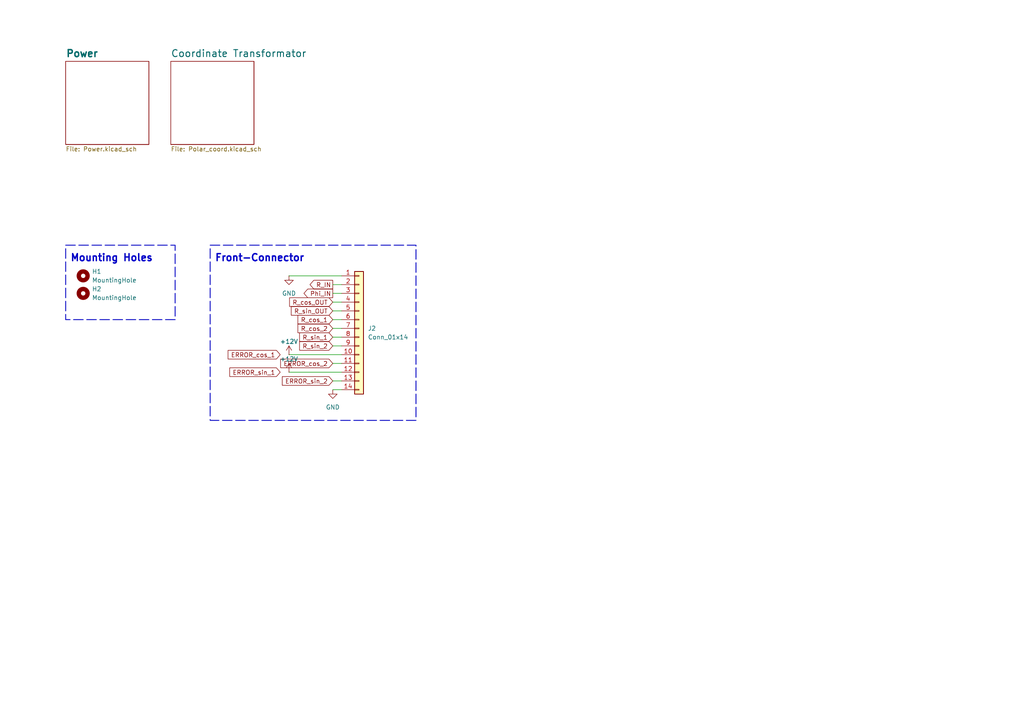
<source format=kicad_sch>
(kicad_sch (version 20231120) (generator "eeschema") (generator_version "8.0")
  (paper "A4")
  (title_block (title "Polar Coordinate Transformator") (date "2024-10-16") (company "Alexander Saal"))
  (lib_symbols
    (symbol "Connector_Generic:Conn_01x14" (pin_names (offset 1.016) hide)
      (property "Reference" "J" (at 0 17.78 0))
      (property "Value" "Conn_01x14" (at 0 -20.32 0))
      (symbol "Conn_01x14_1_1"
        (rectangle (start -1.27 -17.653) (end 0 -17.907) (stroke (width 0.1524)))
        (rectangle (start -1.27 -15.113) (end 0 -15.367) (stroke (width 0.1524)))
        (rectangle (start -1.27 -12.573) (end 0 -12.827) (stroke (width 0.1524)))
        (rectangle (start -1.27 -10.033) (end 0 -10.287) (stroke (width 0.1524)))
        (rectangle (start -1.27 -7.493) (end 0 -7.747) (stroke (width 0.1524)))
        (rectangle (start -1.27 -4.953) (end 0 -5.207) (stroke (width 0.1524)))
        (rectangle (start -1.27 -2.413) (end 0 -2.667) (stroke (width 0.1524)))
        (rectangle (start -1.27 0.127) (end 0 -0.127) (stroke (width 0.1524)))
        (rectangle (start -1.27 2.667) (end 0 2.413) (stroke (width 0.1524)))
        (rectangle (start -1.27 5.207) (end 0 4.953) (stroke (width 0.1524)))
        (rectangle (start -1.27 7.747) (end 0 7.493) (stroke (width 0.1524)))
        (rectangle (start -1.27 10.287) (end 0 10.033) (stroke (width 0.1524)))
        (rectangle (start -1.27 12.827) (end 0 12.573) (stroke (width 0.1524)))
        (rectangle (start -1.27 15.367) (end 0 15.113) (stroke (width 0.1524)))
        (rectangle (start -1.27 16.51) (end 1.27 -19.05) (stroke (width 0.254)) (fill (type background)))
        (pin passive line (at -5.08 15.24 0) (length 3.81) (name "Pin_1") (number "1"))
        (pin passive line (at -5.08 -7.62 0) (length 3.81) (name "Pin_10") (number "10"))
        (pin passive line (at -5.08 -10.16 0) (length 3.81) (name "Pin_11") (number "11"))
        (pin passive line (at -5.08 -12.7 0) (length 3.81) (name "Pin_12") (number "12"))
        (pin passive line (at -5.08 -15.24 0) (length 3.81) (name "Pin_13") (number "13"))
        (pin passive line (at -5.08 -17.78 0) (length 3.81) (name "Pin_14") (number "14"))
        (pin passive line (at -5.08 12.7 0) (length 3.81) (name "Pin_2") (number "2"))
        (pin passive line (at -5.08 10.16 0) (length 3.81) (name "Pin_3") (number "3"))
        (pin passive line (at -5.08 7.62 0) (length 3.81) (name "Pin_4") (number "4"))
        (pin passive line (at -5.08 5.08 0) (length 3.81) (name "Pin_5") (number "5"))
        (pin passive line (at -5.08 2.54 0) (length 3.81) (name "Pin_6") (number "6"))
        (pin passive line (at -5.08 0 0) (length 3.81) (name "Pin_7") (number "7"))
        (pin passive line (at -5.08 -2.54 0) (length 3.81) (name "Pin_8") (number "8"))
        (pin passive line (at -5.08 -5.08 0) (length 3.81) (name "Pin_9") (number "9"))
      )
    )
    (symbol "Mechanical:MountingHole" (pin_names (offset 1.016)) (exclude_from_sim yes) (in_bom no)
      (property "Reference" "H" (at 0 5.08 0))
      (property "Value" "MountingHole" (at 0 3.175 0))
      (symbol "MountingHole_0_1"
        (circle (center 0 0) (radius 1.27) (stroke (width 1.27)))
      )
    )
    (symbol "power:+12V" (power) (pin_numbers hide) (pin_names (offset 0) hide)
      (property "Value" "+12V" (at 0 3.556 0))
      (symbol "+12V_0_1"
        (polyline (pts (xy -0.762 1.27) (xy 0 2.54)))
        (polyline (pts (xy 0 0) (xy 0 2.54)))
        (polyline (pts (xy 0 2.54) (xy 0.762 1.27)))
      )
      (symbol "+12V_1_1"
        (pin power_in line (at 0 0 90) (length 0) (name "~") (number "1"))
      )
    )
    (symbol "power:GND" (power) (pin_numbers hide) (pin_names (offset 0) hide)
      (property "Value" "GND" (at 0 -3.81 0))
      (symbol "GND_0_1"
        (polyline (pts (xy 0 0) (xy 0 -1.27) (xy 1.27 -1.27) (xy 0 -2.54) (xy -1.27 -1.27) (xy 0 -1.27)))
      )
      (symbol "GND_1_1"
        (pin power_in line (at 0 0 270) (length 0) (name "~") (number "1"))
      )
    )
  )
  (wire (pts (xy 96.52 92.71) (xy 99.06 92.71)))
  (wire (pts (xy 96.52 100.33) (xy 99.06 100.33)))
  (wire (pts (xy 96.52 85.09) (xy 99.06 85.09)))
  (wire (pts (xy 96.52 97.79) (xy 99.06 97.79)))
  (wire (pts (xy 96.52 110.49) (xy 99.06 110.49)))
  (wire (pts (xy 96.52 82.55) (xy 99.06 82.55)))
  (wire (pts (xy 96.52 95.25) (xy 99.06 95.25)))
  (wire (pts (xy 96.52 90.17) (xy 99.06 90.17)))
  (wire (pts (xy 96.52 87.63) (xy 99.06 87.63)))
  (wire (pts (xy 96.52 105.41) (xy 99.06 105.41)))
  (wire (pts (xy 83.82 107.95) (xy 99.06 107.95)))
  (wire (pts (xy 83.82 102.87) (xy 99.06 102.87)))
  (wire (pts (xy 96.52 113.03) (xy 99.06 113.03)))
  (wire (pts (xy 83.82 80.01) (xy 99.06 80.01)))
  (rectangle (start 19.05 71.12) (end 50.8 92.71) (stroke (width 0.254) (type dash)))
  (rectangle (start 60.96 71.12) (end 120.65 121.92) (stroke (width 0.254) (type dash)))
  (text "Mounting Holes" (at 20.32 74.93 0) (effects (font (size 2.032 2.032) (thickness 0.4064) (bold yes)) (justify left)))
  (text "Front-Connector" (at 62.23 74.93 0) (effects (font (size 2.032 2.032) (thickness 0.4064) (bold yes)) (justify left)))
  (global_label "Phi_IN" (shape output) (at 96.52 85.09 180) (property "Intersheetrefs" "${INTERSHEET_REFS}" (effects (hide yes))))
  (global_label "ERROR_cos_1" (shape input) (at 81.28 102.87 180) (property "Intersheetrefs" "${INTERSHEET_REFS}" (effects (hide yes))))
  (global_label "ERROR_sin_2" (shape input) (at 96.52 110.49 180) (property "Intersheetrefs" "${INTERSHEET_REFS}" (effects (hide yes))))
  (global_label "R_sin_2" (shape input) (at 96.52 100.33 180) (property "Intersheetrefs" "${INTERSHEET_REFS}" (effects (hide yes))))
  (global_label "R_cos_1" (shape input) (at 96.52 92.71 180) (property "Intersheetrefs" "${INTERSHEET_REFS}" (effects (hide yes))))
  (global_label "R_cos_2" (shape input) (at 96.52 95.25 180) (property "Intersheetrefs" "${INTERSHEET_REFS}" (effects (hide yes))))
  (global_label "ERROR_sin_1" (shape input) (at 81.28 107.95 180) (property "Intersheetrefs" "${INTERSHEET_REFS}" (effects (hide yes))))
  (global_label "R_cos_OUT" (shape input) (at 96.52 87.63 180) (property "Intersheetrefs" "${INTERSHEET_REFS}" (effects (hide yes))))
  (global_label "R_sin_1" (shape input) (at 96.52 97.79 180) (property "Intersheetrefs" "${INTERSHEET_REFS}" (effects (hide yes))))
  (global_label "R_sin_OUT" (shape input) (at 96.52 90.17 180) (property "Intersheetrefs" "${INTERSHEET_REFS}" (effects (hide yes))))
  (global_label "R_IN" (shape output) (at 96.52 82.55 180) (property "Intersheetrefs" "${INTERSHEET_REFS}" (effects (hide yes))))
  (global_label "ERROR_cos_2" (shape input) (at 96.52 105.41 180) (property "Intersheetrefs" "${INTERSHEET_REFS}" (effects (hide yes))))
  (symbol (lib_id "Mechanical:MountingHole") (at 24.13 80.01 0) (unit 1) (exclude_from_sim yes) (in_bom no)
    (property "Reference" "H1" (at 26.67 78.7399 0) (effects (justify left)))
    (property "Value" "MountingHole" (at 26.67 81.2799 0) (effects (justify left)))
    (property "Footprint" "MountingHole:MountingHole_3.2mm_M3_DIN965" (effects (hide yes)))
    (property "Description" "Mounting Hole without connection" (effects (hide yes)))
  )
  (symbol (lib_id "power:+12V") (at 83.82 107.95 0) (mirror y) (unit 1)
    (property "Reference" "#PWR019" (effects (hide yes)))
    (property "Value" "+12V" (at 83.82 104.14 0))
    (property "Description" "Power symbol creates a global label with name \"+12V\"" (effects (hide yes)))
  )
  (symbol (lib_id "Mechanical:MountingHole") (at 24.13 85.09 0) (unit 1) (exclude_from_sim yes) (in_bom no)
    (property "Reference" "H2" (at 26.67 83.8199 0) (effects (justify left)))
    (property "Value" "MountingHole" (at 26.67 86.3599 0) (effects (justify left)))
    (property "Footprint" "MountingHole:MountingHole_3.2mm_M3_DIN965" (effects (hide yes)))
    (property "Description" "Mounting Hole without connection" (effects (hide yes)))
  )
  (symbol (lib_id "power:GND") (at 96.52 113.03 0) (unit 1)
    (property "Reference" "#PWR022" (effects (hide yes)))
    (property "Value" "GND" (at 96.52 118.11 0))
    (property "Description" "Power symbol creates a global label with name \"GND\" , ground" (effects (hide yes)))
  )
  (symbol (lib_id "power:GND") (at 83.82 80.01 0) (unit 1)
    (property "Reference" "#PWR011" (effects (hide yes)))
    (property "Value" "GND" (at 83.82 85.09 0))
    (property "Description" "Power symbol creates a global label with name \"GND\" , ground" (effects (hide yes)))
  )
  (symbol (lib_id "Connector_Generic:Conn_01x14") (at 104.14 95.25 0) (unit 1)
    (property "Reference" "J2" (at 106.68 95.2499 0) (effects (justify left)))
    (property "Value" "Conn_01x14" (at 106.68 97.7899 0) (effects (justify left)))
    (property "Footprint" "Connector_PinHeader_2.54mm:PinHeader_1x14_P2.54mm_Vertical" (effects (hide yes)))
    (property "Description" "Generic connector, single row, 01x14, script generated (kicad-library-utils/schlib/autogen/connector/)" (effects (hide yes)))
  )
  (symbol (lib_id "power:+12V") (at 83.82 102.87 0) (mirror y) (unit 1)
    (property "Reference" "#PWR016" (effects (hide yes)))
    (property "Value" "+12V" (at 83.82 99.06 0))
    (property "Description" "Power symbol creates a global label with name \"+12V\"" (effects (hide yes)))
  )
  (sheet (at 19.05 17.78) (size 24.13 24.13) (stroke (width 0.1524))
    (property "Sheetname" "Power" (at 19.05 16.6874 0) (effects (font (size 2.032 2.032) (thickness 0.4064) (bold yes)) (justify left bottom)))
    (property "Sheetfile" "Power.kicad_sch" (at 19.05 42.4946 0) (effects (justify left top)))
  )
  (sheet (at 49.53 17.78) (size 24.13 24.13) (stroke (width 0.1524))
    (property "Sheetname" "Coordinate Transformator" (at 49.53 16.6874 0) (effects (font (size 2.032 2.032) (thickness 0.254) (bold yes)) (justify left bottom)))
    (property "Sheetfile" "Polar_coord.kicad_sch" (at 49.53 42.4946 0) (effects (justify left top)))
  )
)
</source>
